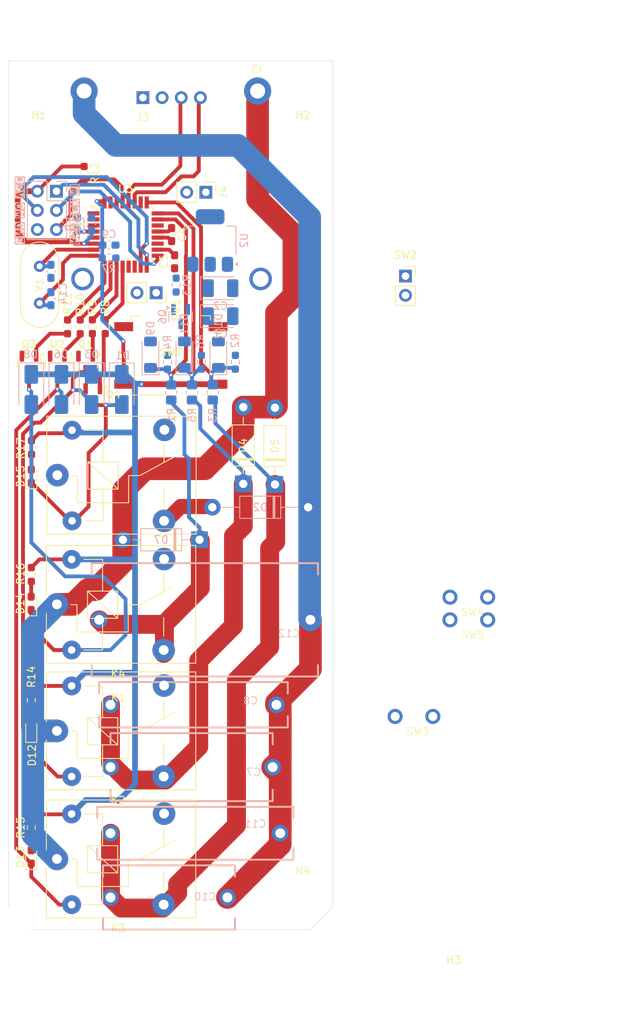
<source format=kicad_pcb>
(kicad_pcb (version 20240108) (generator "pcbnew") (generator_version "8.0")
  (layers (0 "F.Cu" signal) (31 "B.Cu" signal) (34 "B.Paste" user) (35 "F.Paste" user) (36 "B.SilkS" user "B.Silkscreen") (37 "F.SilkS" user "F.Silkscreen") (38 "B.Mask" user) (39 "F.Mask" user) (44 "Edge.Cuts" user))
  (net 0 "")
  (net 1 "Net-(Q6-S)")
  (net 2 "GND")
  (net 3 "VCC")
  (net 4 "Net-(U3-AREF)")
  (net 5 "Net-(D2-K)")
  (net 6 "/CH3_230")
  (net 7 "/CH2_230")
  (net 8 "/CH1_230")
  (net 9 "Net-(U3-XTAL1{slash}PB6)")
  (net 10 "Net-(U3-XTAL2{slash}PB7)")
  (net 11 "Net-(D1-A)")
  (net 12 "Net-(D2-A)")
  (net 13 "Net-(D12-K)")
  (net 14 "Net-(D4-A)")
  (net 15 "Net-(D13-K)")
  (net 16 "Net-(D14-K)")
  (net 17 "/CH1_MEASURE")
  (net 18 "/CH2_MEASURE")
  (net 19 "/CH3_MEASURE")
  (net 20 "Net-(D12-A)")
  (net 21 "Net-(D13-A)")
  (net 22 "Net-(D14-A)")
  (net 23 "Net-(D15-A)")
  (net 24 "/RESET")
  (net 25 "/SCK")
  (net 26 "/MISO")
  (net 27 "/MOSI")
  (net 28 "/SDA")
  (net 29 "/SCL")
  (net 30 "Net-(J4-Pin_2)")
  (net 35 "Net-(Q1-B)")
  (net 36 "Net-(Q2-B)")
  (net 37 "Net-(Q3-B)")
  (net 38 "Net-(Q4-B)")
  (net 39 "Net-(Q6-G)")
  (net 40 "Net-(Q6-D)")
  (net 41 "Net-(U3-PD2)")
  (net 42 "/MEASURE_EN")
  (net 43 "/CH3")
  (net 44 "/CH2")
  (net 45 "/CH1")
  (footprint "Package_TO_SOT_SMD:SOT-23" (layer "F.Cu") (at 53.7 106.0375 -90)
    (property "Reference" "Q3")
    (property "Value" "MMBTA44")
  )
  (footprint "Connector_PinHeader_2.54mm:PinHeader_1x02_P2.54mm_Vertical" (layer "F.Cu") (at 77.14 83.4 -90)
    (property "Reference" "J4")
    (property "Value" "battery")
  )
  (footprint "Connector_PinSocket_2.54mm:PinSocket_1x02_P2.54mm_Vertical" (layer "F.Cu") (at 103.6 94.5)
    (property "Reference" "SW2")
    (property "Value" "SW_SPST")
  )
  (footprint "Capacitor_SMD:C_0603_1608Metric_Pad1.08x0.95mm_HandSolder" (layer "F.Cu") (at 72.6 89 -90)
    (property "Reference" "C4")
    (property "Value" "100n")
  )
  (footprint "Resistor_SMD:R_0603_1608Metric_Pad0.98x0.95mm_HandSolder" (layer "F.Cu") (at 60.48 101.2125 90)
    (property "Reference" "R10")
    (property "Value" "510R")
  )
  (footprint "Teaser:230V_switch" (layer "F.Cu") (at 109.5 140)
    (property "Reference" "SW5")
    (property "Value" "Manual")
  )
  (footprint "Resistor_SMD:R_0603_1608Metric_Pad0.98x0.95mm_HandSolder" (layer "F.Cu") (at 61 80.9 -90)
    (property "Reference" "R12")
    (property "Value" "10k")
  )
  (footprint "MountingHole:MountingHole_3.2mm_M3_DIN965" (layer "F.Cu") (at 90 177)
    (property "Reference" "H4")
    (property "Value" "MountingHole")
  )
  (footprint "Teaser:AC_plug" (layer "F.Cu") (at 84 70 180)
    (property "Reference" "J2")
    (property "Value" "AC_Plug")
  )
  (footprint "Package_QFP:TQFP-32_7x7mm_P0.8mm" (layer "F.Cu") (at 66.5 89)
    (property "Reference" "U3")
    (property "Value" "ATmega328P-A")
  )
  (footprint "Relay_THT:Relay_SPDT_SANYOU_SRD_Series_Form_C" (layer "F.Cu") (at 57.45 120.85)
    (property "Reference" "K1")
    (property "Value" "~")
  )
  (footprint "Resistor_SMD:R_0603_1608Metric_Pad0.98x0.95mm_HandSolder" (layer "F.Cu") (at 63.8 101.2 90)
    (property "Reference" "R8")
    (property "Value" "510R")
  )
  (footprint "Relay_THT:Relay_SPDT_SANYOU_SRD_Series_Form_C" (layer "F.Cu") (at 57.4 154.7)
    (property "Reference" "K2")
    (property "Value" "~")
  )
  (footprint "Resistor_SMD:R_0603_1608Metric_Pad0.98x0.95mm_HandSolder" (layer "F.Cu") (at 54.03 117.1875 -90)
    (property "Reference" "R17")
    (property "Value" "1k")
  )
  (footprint "Capacitor_SMD:C_0603_1608Metric_Pad1.08x0.95mm_HandSolder" (layer "F.Cu") (at 73 92.6 90)
    (property "Reference" "C5")
    (property "Value" "100n")
  )
  (footprint "LED_SMD:LED_0603_1608Metric_Pad1.05x0.95mm_HandSolder" (layer "F.Cu") (at 53.98 137.8125 90)
    (property "Reference" "D14")
    (property "Value" "LED")
  )
  (footprint "Teaser:230V_switch" (layer "F.Cu") (at 109.5 137)
    (property "Reference" "SW4")
    (property "Value" "Manual")
  )
  (footprint "Package_TO_SOT_SMD:SOT-23" (layer "F.Cu") (at 61.2 106.0375 -90)
    (property "Reference" "Q1")
    (property "Value" "MMBTA44")
  )
  (footprint "Relay_THT:Relay_SPDT_SANYOU_SRD_Series_Form_C" (layer "F.Cu") (at 57.4 137.95)
    (property "Reference" "K4")
    (property "Value" "~")
  )
  (footprint "MountingHole:MountingHole_3.2mm_M3_DIN965" (layer "F.Cu") (at 90 77)
    (property "Reference" "H2")
    (property "Value" "MountingHole")
  )
  (footprint "Package_TO_SOT_SMD:SOT-23" (layer "F.Cu") (at 62.15 110.3375 -90)
    (property "Reference" "Q4")
    (property "Value" "MMBTA44")
  )
  (footprint "Connector_PinSocket_2.54mm:PinSocket_1x02_P2.54mm_Vertical" (layer "F.Cu") (at 70.55 96.7 -90)
    (property "Reference" "SW1")
    (property "Value" "Włancznik")
  )
  (footprint "Relay_THT:Relay_SPDT_SANYOU_SRD_Series_Form_C" (layer "F.Cu") (at 57.4 171.65)
    (property "Reference" "K3")
    (property "Value" "~")
  )
  (footprint "LED_SMD:LED_0603_1608Metric_Pad1.05x0.95mm_HandSolder" (layer "F.Cu") (at 54 121 90)
    (property "Reference" "D15")
    (property "Value" "LED")
  )
  (footprint "Resistor_SMD:R_0603_1608Metric_Pad0.98x0.95mm_HandSolder" (layer "F.Cu") (at 58.8 101.2125 90)
    (property "Reference" "R11")
    (property "Value" "510R")
  )
  (footprint "Package_TO_SOT_SMD:SOT-23" (layer "F.Cu") (at 57.45 106.0375 -90)
    (property "Reference" "Q2")
    (property "Value" "MMBTA44")
  )
  (footprint "Teaser:230V_switch" (layer "F.Cu") (at 102.23 152.79)
    (property "Reference" "SW3")
    (property "Value" "Manual")
  )
  (footprint "LED_SMD:LED_0603_1608Metric_Pad1.05x0.95mm_HandSolder" (layer "F.Cu") (at 54 154.5625 90)
    (property "Reference" "D12")
    (property "Value" "LED")
  )
  (footprint "Crystal:Crystal_HC49-U_Vertical" (layer "F.Cu") (at 55.1 98.08 90)
    (property "Reference" "Y1")
    (property "Value" "16kHz")
  )
  (footprint "Teaser:OLED_screen" (layer "F.Cu") (at 68.8 70.875)
    (property "Reference" "J3")
    (property "Value" "OLED")
  )
  (footprint "Diode_THT:D_DO-41_SOD81_P10.16mm_Horizontal" (layer "F.Cu") (at 82.1 122 90)
    (property "Reference" "D4")
    (property "Value" "1N4007")
  )
  (footprint "MountingHole:MountingHole_3.2mm_M3_DIN965" (layer "F.Cu") (at 110 188.85)
    (property "Reference" "H3")
    (property "Value" "MountingHole")
  )
  (footprint "Resistor_SMD:R_0603_1608Metric_Pad0.98x0.95mm_HandSolder" (layer "F.Cu") (at 54 134 -90)
    (property "Reference" "R16")
    (property "Value" "1k")
  )
  (footprint "MountingHole:MountingHole_3.2mm_M3_DIN965" (layer "F.Cu") (at 55 77)
    (property "Reference" "H1")
    (property "Value" "MountingHole")
  )
  (footprint "Resistor_SMD:R_0603_1608Metric_Pad0.98x0.95mm_HandSolder" (layer "F.Cu") (at 54 167.5 -90)
    (property "Reference" "R15")
    (property "Value" "1k")
  )
  (footprint "Resistor_SMD:R_0603_1608Metric_Pad0.98x0.95mm_HandSolder" (layer "F.Cu") (at 62.1 101.2 90)
    (property "Reference" "R9")
    (property "Value" "510R")
  )
  (footprint "Button_Switch_SMD:SW_MEC_5GSH9" (layer "F.Cu") (at 72.5 105 90)
    (property "Reference" "SW7")
    (property "Value" "SW_Push")
  )
  (footprint "LED_SMD:LED_0603_1608Metric_Pad1.05x0.95mm_HandSolder" (layer "F.Cu") (at 53.99 171.3875 90)
    (property "Reference" "D13")
    (property "Value" "LED")
  )
  (footprint "Resistor_SMD:R_0603_1608Metric_Pad0.98x0.95mm_HandSolder" (layer "F.Cu") (at 54 150.65 -90)
    (property "Reference" "R14")
    (property "Value" "1k")
  )
  (footprint "Diode_THT:D_DO-41_SOD81_P10.16mm_Horizontal" (layer "F.Cu") (at 86.3 122.08 90)
    (property "Reference" "D5")
    (property "Value" "1N4007")
  )
  (footprint "Resistor_SMD:R_0805_2012Metric_Pad1.20x1.40mm_HandSolder" (layer "B.Cu") (at 78.05 109.9 90)
    (property "Reference" "R3")
    (property "Value" "1M")
  )
  (footprint "Resistor_SMD:R_0603_1608Metric_Pad0.98x0.95mm_HandSolder" (layer "B.Cu") (at 64.3 92.1)
    (property "Reference" "R7")
    (property "Value" "10k")
  )
  (footprint "Package_TO_SOT_SMD:SOT-23" (layer "B.Cu") (at 73.8 99.8625 -90)
    (property "Reference" "Q6")
    (property "Value" "AO3401A")
  )
  (footprint "Capacitor_SMD:C_0603_1608Metric_Pad1.08x0.95mm_HandSolder" (layer "B.Cu") (at 56.6 97.4925 -90)
    (property "Reference" "C14")
    (property "Value" "30p")
  )
  (footprint "Diode_SMD:D_SMA" (layer "B.Cu") (at 62 109.5 -90)
    (property "Reference" "D3")
    (property "Value" "SMA")
  )
  (footprint "Connector_PinHeader_2.54mm:PinHeader_2x03_P2.54mm_Vertical" (layer "B.Cu") (at 57.34 83.26 180)
    (property "Reference" "J1" (hide yes))
    (property "Value" "Programator")
  )
  (footprint "Teaser:C_330n_szar" (layer "B.Cu") (at 80 176.75 180)
    (property "Reference" "C10")
    (property "Value" "330n")
  )
  (footprint "Diode_SMD:D_SMA" (layer "B.Cu") (at 54 109.5 -90)
    (property "Reference" "D8")
    (property "Value" "SMA")
  )
  (footprint "Diode_THT:D_DO-41_SOD81_P12.70mm_Horizontal" (layer "B.Cu") (at 90.7 125.1 180)
    (property "Reference" "D2")
    (property "Value" "1N4007")
  )
  (footprint "Teaser:C_680n_bia" (layer "B.Cu") (at 87 168.25 180)
    (property "Reference" "C11")
    (property "Value" "680n")
  )
  (footprint "Diode_SMD:D_SMA" (layer "B.Cu") (at 66 109.5 -90)
    (property "Reference" "D1")
    (property "Value" "SMA")
  )
  (footprint "Resistor_SMD:R_0805_2012Metric_Pad1.20x1.40mm_HandSolder" (layer "B.Cu") (at 75.3 109.9 90)
    (property "Reference" "R5")
    (property "Value" "1M")
  )
  (footprint "Capacitor_SMD:C_0603_1608Metric_Pad1.08x0.95mm_HandSolder" (layer "B.Cu") (at 62 87.6 -90)
    (property "Reference" "C3")
    (property "Value" "100n")
  )
  (footprint "Teaser:C_1u_nieb" (layer "B.Cu") (at 86 159.5 180)
    (property "Reference" "C7")
    (property "Value" "1u")
  )
  (footprint "Capacitor_SMD:C_0603_1608Metric_Pad1.08x0.95mm_HandSolder" (layer "B.Cu") (at 56.6 93.8675 90)
    (property "Reference" "C13" (hide yes))
    (property "Value" "30p")
  )
  (footprint "Teaser:C_680n_nieb" (layer "B.Cu") (at 91 140 180)
    (property "Reference" "C12")
    (property "Value" "680n")
  )
  (footprint "Capacitor_SMD:C_0603_1608Metric_Pad1.08x0.95mm_HandSolder" (layer "B.Cu") (at 60.1 87.6 -90)
    (property "Reference" "C6")
    (property "Value" "100n")
  )
  (footprint "Diode_SMD:D_SMA" (layer "B.Cu") (at 58 109.5 -90)
    (property "Reference" "D6")
    (property "Value" "SMA")
  )
  (footprint "Diode_SMD:D_MiniMELF" (layer "B.Cu") (at 69.8 104.9 90)
    (property "Reference" "D9")
    (property "Value" "1N4733A (5.1V)")
  )
  (footprint "Resistor_SMD:R_0603_1608Metric_Pad0.98x0.95mm_HandSolder" (layer "B.Cu") (at 72.05 105.9 90)
    (property "Reference" "R4")
    (property "Value" "10k")
  )
  (footprint "Capacitor_SMD:C_0603_1608Metric_Pad1.08x0.95mm_HandSolder" (layer "B.Cu") (at 64.3 90.4 180)
    (property "Reference" "C9")
    (property "Value" "100n")
  )
  (footprint "Resistor_SMD:R_0805_2012Metric_Pad1.20x1.40mm_HandSolder" (layer "B.Cu") (at 72.55 109.9 90)
    (property "Reference" "R1")
    (property "Value" "1M")
  )
  (footprint "Capacitor_Tantalum_SMD:CP_EIA-3528-12_Kemet-T_Pad1.50x2.35mm_HandSolder" (layer "B.Cu") (at 79.075 99.8)
    (property "Reference" "C1")
    (property "Value" "10u")
  )
  (footprint "Diode_SMD:D_MiniMELF" (layer "B.Cu") (at 78.8 104.9 90)
    (property "Reference" "D10")
    (property "Value" "1N4733A (5.1V)")
  )
  (footprint "Teaser:C_150n_bia" (layer "B.Cu") (at 86.5 151.25 180)
    (property "Reference" "C8")
    (property "Value" "150n")
  )
  (footprint "Diode_SMD:D_MiniMELF" (layer "B.Cu") (at 74.3 104.9 90)
    (property "Reference" "D11")
    (property "Value" "1N4733A (5.1V)")
  )
  (footprint "Resistor_SMD:R_0603_1608Metric_Pad0.98x0.95mm_HandSolder" (layer "B.Cu") (at 81.05 105.9 90)
    (property "Reference" "R2")
    (property "Value" "10k")
  )
  (footprint "Package_TO_SOT_SMD:SOT-223-3_TabPin2" (layer "B.Cu") (at 77.71 89.7875 90)
    (property "Reference" "U2")
    (property "Value" "LM1117MP-5.0")
  )
  (footprint "Resistor_SMD:R_0603_1608Metric_Pad0.98x0.95mm_HandSolder" (layer "B.Cu") (at 73.2 95.6875 90)
    (property "Reference" "R13")
    (property "Value" "10k")
  )
  (footprint "Diode_THT:D_DO-41_SOD81_P10.16mm_Horizontal" (layer "B.Cu") (at 76.3 129.4 180)
    (property "Reference" "D7")
    (property "Value" "1N4007")
  )
  (footprint "Capacitor_Tantalum_SMD:CP_EIA-3528-12_Kemet-T_Pad1.50x2.35mm_HandSolder" (layer "B.Cu") (at 79.075 96.1)
    (property "Reference" "C2")
    (property "Value" "10u")
  )
  (footprint "Resistor_SMD:R_0603_1608Metric_Pad0.98x0.95mm_HandSolder" (layer "B.Cu") (at 76.55 105.9 90)
    (property "Reference" "R6")
    (property "Value" "10k")
  )
  (gr_line (start 94 181) (end 94 181) (stroke (width 0.05)) (layer "Edge.Cuts"))
  (gr_line (start 51 170) (end 51 87) (stroke (width 0.05)) (layer "Edge.Cuts"))
  (gr_line (start 51 87) (end 51 66) (stroke (width 0.05)) (layer "Edge.Cuts"))
  (gr_line (start 91 181) (end 94 178) (stroke (width 0.05)) (layer "Edge.Cuts"))
  (gr_line (start 51 170) (end 51 178) (stroke (width 0.05)) (layer "Edge.Cuts"))
  (gr_line (start 94 178) (end 94 92) (stroke (width 0.05)) (layer "Edge.Cuts"))
  (gr_line (start 54 181) (end 91 181) (stroke (width 0.05)) (layer "Edge.Cuts"))
  (gr_line (start 94 92) (end 94 66) (stroke (width 0.05)) (layer "Edge.Cuts"))
  (gr_line (start 51 66) (end 94 66) (stroke (width 0.05)) (layer "Edge.Cuts"))
  (gr_text "RST" (at 59.14 90.46 -90) (layer "B.SilkS" knockout) (effects (font (size 1 1)) (justify left bottom mirror)))
  (gr_text "GND" (at 51.84 90.45 -90) (layer "B.SilkS" knockout) (effects (font (size 1 1)) (justify left bottom mirror)))
  (gr_text "MI" (at 59.14 84 -90) (layer "B.SilkS" knockout) (effects (font (size 1 1)) (justify left bottom mirror)))
  (gr_text "VCC" (at 51.84 84.25 -90) (layer "B.SilkS" knockout) (effects (font (size 1 1)) (justify left bottom mirror)))
  (gr_text "MO" (at 51.84 87 -90) (layer "B.SilkS" knockout) (effects (font (size 1 1)) (justify left bottom mirror)))
  (gr_text "SCK" (at 59.14 87.3 -90) (layer "B.SilkS" knockout) (effects (font (size 1 1)) (justify left bottom mirror)))
  (segment (start 72.1375 88.6) (end 70.75 88.6) (width 0.508) (layer "F.Cu") (net 2))
  (segment (start 72.6 88.1375) (end 72.1375 88.6) (width 0.508) (layer "F.Cu") (net 2))
  (segment (start 52.94 83.26) (end 52.2 84) (width 0.762) (layer "F.Cu") (net 3))
  (segment (start 68.6 108.81) (end 78.75 108.81) (width 0.762) (layer "F.Cu") (net 3))
  (segment (start 59.6 90.05) (end 59.75 90.2) (width 0.508) (layer "F.Cu") (net 3))
  (segment (start 54.0125 149.7375) (end 55 148.75) (width 0.508) (layer "F.Cu") (net 3))
  (segment (start 53.2 89.9) (end 59.45 89.9) (width 0.762) (layer "F.Cu") (net 3))
  (segment (start 54.03 116.275) (end 55.005 115.3) (width 0.508) (layer "F.Cu") (net 3))
  (segment (start 55 148.75) (end 59.35 148.75) (width 0.508) (layer "F.Cu") (net 3))
  (segment (start 54 133.0875) (end 55.0875 132) (width 0.508) (layer "F.Cu") (net 3))
  (segment (start 72.2625 91) (end 73 91.7375) (width 0.508) (layer "F.Cu") (net 3))
  (segment (start 59.3 165.75) (end 59.35 165.7) (width 0.508) (layer "F.Cu") (net 3))
  (segment (start 54 166.5875) (end 54.8375 165.75) (width 0.508) (layer "F.Cu") (net 3))
  (segment (start 55.0875 132) (end 59.35 132) (width 0.508) (layer "F.Cu") (net 3))
  (segment (start 59.6 89.1) (end 59.6 90.05) (width 0.508) (layer "F.Cu") (net 3))
  (segment (start 70.75 91) (end 72.2625 91) (width 0.508) (layer "F.Cu") (net 3))
  (segment (start 59.3 115.3) (end 59.4 115.2) (width 0.508) (layer "F.Cu") (net 3))
  (segment (start 60.1 88.6) (end 59.6 89.1) (width 0.508) (layer "F.Cu") (net 3))
  (segment (start 61 90.2) (end 62.25 90.2) (width 0.508) (layer "F.Cu") (net 3))
  (segment (start 62.25 88.6) (end 61 88.6) (width 0.508) (layer "F.Cu") (net 3))
  (segment (start 61 88.6) (end 60.1 88.6) (width 0.508) (layer "F.Cu") (net 3))
  (segment (start 54 149.7375) (end 54.0125 149.7375) (width 0.508) (layer "F.Cu") (net 3))
  (segment (start 54.8375 165.75) (end 59.3 165.75) (width 0.508) (layer "F.Cu") (net 3))
  (segment (start 52.2 84) (end 52.2 88.9) (width 0.762) (layer "F.Cu") (net 3))
  (segment (start 59.75 90.2) (end 61 90.2) (width 0.508) (layer "F.Cu") (net 3))
  (segment (start 54.8 83.26) (end 52.94 83.26) (width 0.762) (layer "F.Cu") (net 3))
  (segment (start 58.0725 79.9875) (end 54.8 83.26) (width 0.508) (layer "F.Cu") (net 3))
  (segment (start 52.2 88.9) (end 53.2 89.9) (width 0.762) (layer "F.Cu") (net 3))
  (segment (start 61 79.9875) (end 58.0725 79.9875) (width 0.508) (layer "F.Cu") (net 3))
  (segment (start 55.005 115.3) (end 59.3 115.3) (width 0.508) (layer "F.Cu") (net 3))
  (via (at 61 88.6) (size 0.6) (drill 0.3) (layers "F.Cu" "B.Cu") (net 3))
  (via (at 61 90.2) (size 0.6) (drill 0.3) (layers "F.Cu" "B.Cu") (net 3))
  (via (at 68.6 108.81) (size 0.6) (drill 0.3) (layers "F.Cu" "B.Cu") (net 3))
  (segment (start 67.75 161.75) (end 67.75 148.75) (width 0.762) (layer "B.Cu") (net 3))
  (segment (start 65.5 163.85) (end 61.5 163.85) (width 0.762) (layer "B.Cu") (net 3))
  (segment (start 67.75 148.75) (end 67.75 132) (width 0.762) (layer "B.Cu") (net 3))
  (segment (start 61.2 163.85) (end 59.35 165.7) (width 0.762) (layer "B.Cu") (net 3))
  (segment (start 60.3375 88.6) (end 60.1 88.3625) (width 0.508) (layer "B.Cu") (net 3))
  (segment (start 61.1 147) (end 67.75 147) (width 0.762) (layer "B.Cu") (net 3))
  (segment (start 62 88.6625) (end 62 89.2) (width 0.508) (layer "B.Cu") (net 3))
  (segment (start 65.5 164) (end 67.75 161.75) (width 0.762) (layer "B.Cu") (net 3))
  (segment (start 67.75 132) (end 62.75 132) (width 0.762) (layer "B.Cu") (net 3))
  (segment (start 61 88.6) (end 60.3375 88.6) (width 0.508) (layer "B.Cu") (net 3))
  (segment (start 54 107.5) (end 66 107.5) (width 0.762) (layer "B.Cu") (net 3))
  (segment (start 67.75 147) (end 67.75 148.75) (width 0.762) (layer "B.Cu") (net 3))
  (segment (start 68.54 108.75) (end 68.6 108.81) (width 0.762) (layer "B.Cu") (net 3))
  (segment (start 62.75 132) (end 59.35 132) (width 0.762) (layer "B.Cu") (net 3))
  (segment (start 67.75 115.5) (end 67.75 115.2) (width 0.762) (layer "B.Cu") (net 3))
  (segment (start 67.75 132) (end 67.75 115.5) (width 0.762) (layer "B.Cu") (net 3))
  (segment (start 67.75 108.75) (end 68.54 108.75) (width 0.762) (layer "B.Cu") (net 3))
  (segment (start 67.75 108.75) (end 67.75 109.25) (width 0.762) (layer "B.Cu") (net 3))
  (segment (start 61.5 163.85) (end 61.2 163.85) (width 0.762) (layer "B.Cu") (net 3))
  (segment (start 66.5 107.5) (end 67.75 108.75) (width 0.762) (layer "B.Cu") (net 3))
  (segment (start 67.75 109.25) (end 67.75 114.65) (width 0.762) (layer "B.Cu") (net 3))
  (segment (start 67.75 115.2) (end 59.4 115.2) (width 0.762) (layer "B.Cu") (net 3))
  (segment (start 67.75 115.5) (end 67.75 114.65) (width 0.762) (layer "B.Cu") (net 3))
  (segment (start 62 89.2) (end 61 90.2) (width 0.508) (layer "B.Cu") (net 3))
  (segment (start 66 107.5) (end 66.5 107.5) (width 0.762) (layer "B.Cu") (net 3))
  (segment (start 59.35 148.75) (end 61.1 147) (width 0.762) (layer "B.Cu") (net 3))
  (segment (start 72.6 89.8625) (end 72.1375 89.4) (width 0.508) (layer "F.Cu") (net 4))
  (segment (start 72.1375 89.4) (end 70.75 89.4) (width 0.508) (layer "F.Cu") (net 4))
  (segment (start 91 146.5) (end 86.5 151) (width 3) (layer "F.Cu") (net 5))
  (segment (start 87 160.5) (end 86 159.5) (width 3) (layer "F.Cu") (net 5))
  (segment (start 87 158.5) (end 87 151) (width 3) (layer "F.Cu") (net 5))
  (segment (start 87 168) (end 87 160.5) (width 3) (layer "F.Cu") (net 5))
  (segment (start 87 151) (end 87 168) (width 3) (layer "F.Cu") (net 5))
  (segment (start 86.75 151.25) (end 87 151) (width 3) (layer "F.Cu") (net 5))
  (segment (start 80 176.75) (end 87 169.75) (width 3) (layer "F.Cu") (net 5))
  (segment (start 86.5 151) (end 86.5 151.25) (width 3) (layer "F.Cu") (net 5))
  (segment (start 86.5 151.25) (end 86.75 151.25) (width 3) (layer "F.Cu") (net 5))
  (segment (start 91 140) (end 91 146.5) (width 3) (layer "F.Cu") (net 5))
  (segment (start 87 169.75) (end 87 168) (width 3) (layer "F.Cu") (net 5))
  (segment (start 86 159.5) (end 87 158.5) (width 3) (layer "F.Cu") (net 5))
  (segment (start 91 140) (end 90.9 139.9) (width 3) (layer "B.Cu") (net 5))
  (segment (start 65.2 77.2) (end 61 73) (width 3) (layer "B.Cu") (net 5))
  (segment (start 90.9 139.9) (end 90.9 86.7) (width 3) (layer "B.Cu") (net 5))
  (segment (start 90.9 139.1) (end 90.9 139.9) (width 2) (layer "B.Cu") (net 5))
  (segment (start 81.4 77.2) (end 65.2 77.2) (width 3) (layer "B.Cu") (net 5))
  (segment (start 90.9 86.7) (end 81.4 77.2) (width 3) (layer "B.Cu") (net 5))
  (segment (start 61 73) (end 61 70) (width 3) (layer "B.Cu") (net 5))
  (segment (start 66.7 161.2) (end 64.5 159) (width 2.5) (layer "F.Cu") (net 6))
  (segment (start 82.1 122) (end 82.1 127.6) (width 2.5) (layer "F.Cu") (net 6))
  (segment (start 80.8 128.9) (end 80.8 140.8) (width 2.5) (layer "F.Cu") (net 6))
  (segment (start 64.5 159) (end 64.5 151.25) (width 2.5) (layer "F.Cu") (net 6))
  (segment (start 80.8 140.8) (end 76.2 145.4) (width 2.5) (layer "F.Cu") (net 6))
  (segment (start 76.2 156.8) (end 71.8 161.2) (width 2.5) (layer "F.Cu") (net 6))
  (segment (start 76.2 145.4) (end 76.2 156.8) (width 2.5) (layer "F.Cu") (net 6))
  (segment (start 82.1 127.6) (end 80.8 128.9) (width 2.5) (layer "F.Cu") (net 6))
  (segment (start 71.8 161.2) (end 66.7 161.2) (width 2.5) (layer "F.Cu") (net 6))
  (segment (start 82.1 120.4) (end 82.1 122) (width 0.508) (layer "B.Cu") (net 6))
  (segment (start 75.25 110.55) (end 76.4 111.7) (width 0.508) (layer "B.Cu") (net 6))
  (segment (start 75.35 111.1) (end 75.3 111.15) (width 0.508) (layer "B.Cu") (net 6))
  (segment (start 76.4 114.7) (end 82.1 120.4) (width 0.508) (layer "B.Cu") (net 6))
  (segment (start 76.4 111.7) (end 76.4 114.7) (width 0.508) (layer "B.Cu") (net 6))
  (segment (start 73.4 176.2) (end 73.4 175) (width 2.5) (layer "F.Cu") (net 7))
  (segment (start 73.4 175) (end 81.2 167.2) (width 2.5) (layer "F.Cu") (net 7))
  (segment (start 64.5 176.75) (end 65.9 178.15) (width 2.5) (layer "F.Cu") (net 7))
  (segment (start 81.2 167.2) (end 81.2 148) (width 2.5) (layer "F.Cu") (net 7))
  (segment (start 85.6 130.5) (end 86.4 129.7) (width 2.5) (layer "F.Cu") (net 7))
  (segment (start 86.4 122.18) (end 86.3 122.08) (width 2.5) (layer "F.Cu") (net 7))
  (segment (start 85.6 143.6) (end 85.6 130.5) (width 2.5) (layer "F.Cu") (net 7))
  (segment (start 65.9 178.15) (end 71.45 178.15) (width 2.5) (layer "F.Cu") (net 7))
  (segment (start 64.5 168.25) (end 64.5 176.75) (width 2.5) (layer "F.Cu") (net 7))
  (segment (start 81.2 148) (end 85.6 143.6) (width 2.5) (layer "F.Cu") (net 7))
  (segment (start 71.45 178.15) (end 73.4 176.2) (width 2.5) (layer "F.Cu") (net 7))
  (segment (start 86.4 129.7) (end 86.4 122.18) (width 2.5) (layer "F.Cu") (net 7))
  (segment (start 78.4 111.25) (end 78.4 114) (width 0.508) (layer "B.Cu") (net 7))
  (segment (start 86.3 121.9) (end 86.3 122.08) (width 0.508) (layer "B.Cu") (net 7))
  (segment (start 78.4 114) (end 86.3 121.9) (width 0.508) (layer "B.Cu") (net 7))
  (segment (start 78.05 110.9) (end 78.4 111.25) (width 0.508) (layer "B.Cu") (net 7))
  (segment (start 76.4 135.8) (end 73.2 139) (width 2.5) (layer "F.Cu") (net 8))
  (segment (start 63.6 140.6) (end 63 140) (width 2.5) (layer "F.Cu") (net 8))
  (segment (start 71.65 144.35) (end 71.65 140.55) (width 2.5) (layer "F.Cu") (net 8))
  (segment (start 73.2 139) (end 71.6 140.6) (width 2.5) (layer "F.Cu") (net 8))
  (segment (start 71.55 144.45) (end 71.65 144.35) (width 2.5) (layer "F.Cu") (net 8))
  (segment (start 71.6 140.6) (end 63.6 140.6) (width 2.5) (layer "F.Cu") (net 8))
  (segment (start 71.65 140.55) (end 73.2 139) (width 2.5) (layer "F.Cu") (net 8))
  (segment (start 76.3 129.4) (end 76.4 129.5) (width 2.5) (layer "F.Cu") (net 8))
  (segment (start 76.4 129.5) (end 76.4 135.8) (width 2.5) (layer "F.Cu") (net 8))
  (segment (start 74.3 118.1) (end 74.9 118.7) (width 0.508) (layer "B.Cu") (net 8))
  (segment (start 74.9 126.4) (end 76.3 127.8) (width 0.508) (layer "B.Cu") (net 8))
  (segment (start 72.55 111.25) (end 74.3 113) (width 0.508) (layer "B.Cu") (net 8))
  (segment (start 72.55 110.9) (end 72.55 111.25) (width 0.508) (layer "B.Cu") (net 8))
  (segment (start 76.3 127.8) (end 76.3 129.4) (width 0.508) (layer "B.Cu") (net 8))
  (segment (start 74.9 118.7) (end 74.9 126.4) (width 0.508) (layer "B.Cu") (net 8))
  (segment (start 74.3 113) (end 74.3 118.1) (width 0.508) (layer "B.Cu") (net 8))
  (segment (start 55.1 93.2) (end 57.3 91) (width 0.508) (layer "F.Cu") (net 9))
  (segment (start 54.61 93.19) (end 54.6 93.2) (width 0.508) (layer "F.Cu") (net 9))
  (segment (start 57.3 91) (end 62.25 91) (width 0.508) (layer "F.Cu") (net 9))
  (segment (start 54.6 93.2) (end 56.405 93.2) (width 0.508) (layer "B.Cu") (net 9))
  (segment (start 56.405 93.2) (end 56.6 93.005) (width 0.508) (layer "B.Cu") (net 9))
  (segment (start 58.2 94.98) (end 55.1 98.08) (width 0.508) (layer "F.Cu") (net 10))
  (segment (start 58.2 92.8) (end 58.2 94.98) (width 0.508) (layer "F.Cu") (net 10))
  (segment (start 59.2 91.8) (end 58.2 92.8) (width 0.508) (layer "F.Cu") (net 10))
  (segment (start 62.25 91.8) (end 59.2 91.8) (width 0.508) (layer "F.Cu") (net 10))
  (segment (start 56.6 98.355) (end 54.875 98.355) (width 0.508) (layer "B.Cu") (net 10))
  (segment (start 61.6 117.9) (end 61.6 125) (width 0.508) (layer "F.Cu") (net 11))
  (segment (start 63.875 115.625) (end 61.6 117.9) (width 0.508) (layer "F.Cu") (net 11))
  (segment (start 63.875 111.575) (end 63.875 115.625) (width 0.508) (layer "F.Cu") (net 11))
  (segment (start 54.075 121.875) (end 54 121.875) (width 0.508) (layer "F.Cu") (net 11))
  (segment (start 59.4 127.2) (end 54.075 121.875) (width 0.508) (layer "F.Cu") (net 11))
  (segment (start 63.875 111.575) (end 62.15 111.575) (width 0.508) (layer "F.Cu") (net 11))
  (segment (start 61.6 125) (end 59.4 127.2) (width 0.508) (layer "F.Cu") (net 11))
  (via (at 63.875 111.575) (size 0.6) (drill 0.3) (layers "F.Cu" "B.Cu") (net 11))
  (segment (start 65.925 111.575) (end 66 111.5) (width 0.508) (layer "B.Cu") (net 11))
  (segment (start 63.875 111.575) (end 65.925 111.575) (width 0.508) (layer "B.Cu") (net 11))
  (segment (start 73.8 125) (end 71.6 127.2) (width 2) (layer "F.Cu") (net 12))
  (segment (start 78.05 125) (end 73.8 125) (width 2) (layer "F.Cu") (net 12))
  (segment (start 54.7 113.9) (end 54.4 113.9) (width 0.508) (layer "F.Cu") (net 13))
  (segment (start 59.5 109.6) (end 55.2 113.9) (width 0.508) (layer "F.Cu") (net 13))
  (segment (start 52.9 115.4) (end 52.9 154.3375) (width 0.508) (layer "F.Cu") (net 13))
  (segment (start 57.5 160.75) (end 59.35 160.75) (width 0.508) (layer "F.Cu") (net 13))
  (segment (start 54 155.4375) (end 54 157.25) (width 0.508) (layer "F.Cu") (net 13))
  (segment (start 59.5 109.6) (end 59.5 108.1) (width 0.508) (layer "F.Cu") (net 13))
  (segment (start 54 157.25) (end 57.5 160.75) (width 0.508) (layer "F.Cu") (net 13))
  (segment (start 59.5 108.1) (end 60.375 107.225) (width 0.508) (layer "F.Cu") (net 13))
  (segment (start 52.9 154.3375) (end 54 155.4375) (width 0.508) (layer "F.Cu") (net 13))
  (segment (start 54.4 113.9) (end 52.9 115.4) (width 0.508) (layer "F.Cu") (net 13))
  (segment (start 60.375 107.225) (end 61.2 107.225) (width 0.508) (layer "F.Cu") (net 13))
  (segment (start 55.2 113.9) (end 54.7 113.9) (width 0.508) (layer "F.Cu") (net 13))
  (via (at 59.5 109.6) (size 0.6) (drill 0.3) (layers "F.Cu" "B.Cu") (net 13))
  (segment (start 59.5 109.6) (end 60.4 109.6) (width 0.508) (layer "B.Cu") (net 13))
  (segment (start 62 111.2) (end 62 111.5) (width 0.508) (layer "B.Cu") (net 13))
  (segment (start 60.4 109.6) (end 62 111.2) (width 0.508) (layer "B.Cu") (net 13))
  (segment (start 88.8 89.1) (end 84 84.3) (width 3) (layer "F.Cu") (net 14))
  (segment (start 77 120) (end 82.1 114.9) (width 3) (layer "F.Cu") (net 14))
  (segment (start 66.25 122.85) (end 69.1 120) (width 3) (layer "F.Cu") (net 14))
  (segment (start 69.1 120) (end 77 120) (width 3) (layer "F.Cu") (net 14))
  (segment (start 86.22 111.84) (end 86.3 111.92) (width 3) (layer "F.Cu") (net 14))
  (segment (start 86.5 111.72) (end 86.5 99.4) (width 3) (layer "F.Cu") (net 14))
  (segment (start 86.5 99.4) (end 88.8 97.1) (width 3) (layer "F.Cu") (net 14))
  (segment (start 61.5 136) (end 62.5 136) (width 3) (layer "F.Cu") (net 14))
  (segment (start 86.3 111.92) (end 86.5 111.72) (width 3) (layer "F.Cu") (net 14))
  (segment (start 82.1 111.84) (end 86.22 111.84) (width 3) (layer "F.Cu") (net 14))
  (segment (start 57.4 137.95) (end 59.55 137.95) (width 3) (layer "F.Cu") (net 14))
  (segment (start 84 84.3) (end 84 70) (width 3) (layer "F.Cu") (net 14))
  (segment (start 62.5 136) (end 66.25 132.25) (width 3) (layer "F.Cu") (net 14))
  (segment (start 88.8 97.1) (end 88.8 89.1) (width 3) (layer "F.Cu") (net 14))
  (segment (start 66.25 132.25) (end 66.25 122.85) (width 3) (layer "F.Cu") (net 14))
  (segment (start 59.55 137.95) (end 61.5 136) (width 3) (layer "F.Cu") (net 14))
  (segment (start 82.1 114.9) (end 82.1 111.84) (width 3) (layer "F.Cu") (net 14))
  (segment (start 54.2 168.45) (end 54.2 154.75) (width 3) (layer "B.Cu") (net 14))
  (segment (start 57.4 154.7) (end 54.25 154.7) (width 3) (layer "B.Cu") (net 14))
  (segment (start 54.2 154.75) (end 54.2 141.15) (width 3) (layer "B.Cu") (net 14))
  (segment (start 54.25 154.7) (end 54.2 154.75) (width 3) (layer "B.Cu") (net 14))
  (segment (start 54.2 141.15) (end 57.4 137.95) (width 3) (layer "B.Cu") (net 14))
  (segment (start 57.4 171.65) (end 54.2 168.45) (width 3) (layer "B.Cu") (net 14))
  (segment (start 53.99 173.99) (end 57.7 177.7) (width 0.508) (layer "F.Cu") (net 15))
  (segment (start 52 114.9) (end 52 170.2725) (width 0.508) (layer "F.Cu") (net 15))
  (segment (start 57.45 109.45) (end 52 114.9) (width 0.508) (layer "F.Cu") (net 15))
  (segment (start 57.7 177.7) (end 59.35 177.7) (width 0.508) (layer "F.Cu") (net 15))
  (segment (start 52 170.2725) (end 53.99 172.2625) (width 0.508) (layer "F.Cu") (net 15))
  (segment (start 53.99 172.2625) (end 53.99 173.99) (width 0.508) (layer "F.Cu") (net 15))
  (segment (start 57.45 109.45) (end 57.45 107.225) (width 0.508) (layer "F.Cu") (net 15))
  (via (at 57.45 109.45) (size 0.6) (drill 0.3) (layers "F.Cu" "B.Cu") (net 15))
  (segment (start 57.55 109.45) (end 58 109.9) (width 0.508) (layer "B.Cu") (net 15))
  (segment (start 57.45 109.45) (end 57.55 109.45) (width 0.508) (layer "B.Cu") (net 15))
  (segment (start 58 109.9) (end 58 111.5) (width 0.508) (layer "B.Cu") (net 15))
  (segment (start 59.35 144) (end 59.2925 144) (width 0.762) (layer "F.Cu") (net 16))
  (segment (start 57 144) (end 53.98 140.98) (width 0.508) (layer "F.Cu") (net 16))
  (segment (start 59.35 144) (end 57 144) (width 0.508) (layer "F.Cu") (net 16))
  (segment (start 53.7 109.5) (end 53.7 107.225) (width 0.508) (layer "F.Cu") (net 16))
  (segment (start 53.98 140.98) (end 53.98 138.6875) (width 0.508) (layer "F.Cu") (net 16))
  (via (at 53.7 109.5) (size 0.6) (drill 0.3) (layers "F.Cu" "B.Cu") (net 16))
  (segment (start 54 109.8) (end 54 129.75) (width 0.508) (layer "B.Cu") (net 16))
  (segment (start 54 129.75) (end 58.5 134.25) (width 0.508) (layer "B.Cu") (net 16))
  (segment (start 53.7 109.5) (end 54 109.8) (width 0.508) (layer "B.Cu") (net 16))
  (segment (start 58.5 134.25) (end 63.5 134.25) (width 0.508) (layer "B.Cu") (net 16))
  (segment (start 63.5 134.25) (end 66.5 137.25) (width 0.508) (layer "B.Cu") (net 16))
  (segment (start 66.5 142) (end 64.5 144) (width 0.508) (layer "B.Cu") (net 16))
  (segment (start 64.5 144) (end 59.35 144) (width 0.508) (layer "B.Cu") (net 16))
  (segment (start 66.5 137.25) (end 66.5 142) (width 0.508) (layer "B.Cu") (net 16))
  (segment (start 54 109.8) (end 54 111.5) (width 0.508) (layer "B.Cu") (net 16))
  (segment (start 74.5 88.4) (end 73.1 87) (width 0.508) (layer "F.Cu") (net 17))
  (segment (start 74.5 105.6) (end 74.5 88.4) (width 0.508) (layer "F.Cu") (net 17))
  (segment (start 72.5 107.6) (end 74.5 105.6) (width 0.508) (layer "F.Cu") (net 17))
  (segment (start 73.1 87) (end 70.75 87) (width 0.508) (layer "F.Cu") (net 17))
  (via (at 72.5 107.6) (size 0.6) (drill 0.3) (layers "F.Cu" "B.Cu") (net 17))
  (segment (start 72.55 108.9) (end 72.55 107.5625) (width 0.508) (layer "B.Cu") (net 17))
  (segment (start 72.05 106.8125) (end 69.9625 106.8125) (width 0.508) (layer "B.Cu") (net 17))
  (segment (start 72.55 107.5625) (end 71.8 106.8125) (width 0.508) (layer "B.Cu") (net 17))
  (segment (start 69.7125 106.8125) (end 69.55 106.65) (width 0.508) (layer "B.Cu") (net 17))
  (segment (start 76.5 88) (end 73.25 84.75) (width 0.508) (layer "F.Cu") (net 18))
  (segment (start 77.85 107.45) (end 76.5 106.1) (width 0.508) (layer "F.Cu") (net 18))
  (segment (start 73.25 84.75) (end 69.3 84.75) (width 0.508) (layer "F.Cu") (net 18))
  (segment (start 76.5 106.1) (end 76.5 88) (width 0.508) (layer "F.Cu") (net 18))
  (via (at 77.85 107.45) (size 0.6) (drill 0.3) (layers "F.Cu" "B.Cu") (net 18))
  (segment (start 77.85 107.35) (end 78.55 106.65) (width 0.508) (layer "B.Cu") (net 18))
  (segment (start 77.85 108.7) (end 77.85 107.35) (width 0.508) (layer "B.Cu") (net 18))
  (segment (start 78.8 106.65) (end 80.8875 106.65) (width 0.508) (layer "B.Cu") (net 18))
  (segment (start 78.05 108.9) (end 77.85 108.7) (width 0.508) (layer "B.Cu") (net 18))
  (segment (start 80.6375 106.65) (end 80.8 106.8125) (width 0.508) (layer "B.Cu") (net 18))
  (segment (start 75.5 107.35) (end 75.5 88.2) (width 0.508) (layer "F.Cu") (net 19))
  (segment (start 75.5 88.2) (end 73.5 86.2) (width 0.508) (layer "F.Cu") (net 19))
  (segment (start 73.5 86.2) (end 70.75 86.2) (width 0.508) (layer "F.Cu") (net 19))
  (segment (start 75.25 107.6) (end 75.5 107.35) (width 0.508) (layer "F.Cu") (net 19))
  (via (at 75.25 107.6) (size 0.6) (drill 0.3) (layers "F.Cu" "B.Cu") (net 19))
  (segment (start 75.3 108.9) (end 75.3 107.65) (width 0.508) (layer "B.Cu") (net 19))
  (segment (start 74.3 106.65) (end 74.05 106.65) (width 0.508) (layer "B.Cu") (net 19))
  (segment (start 75.43125 107.6) (end 76.21875 106.8125) (width 0.508) (layer "B.Cu") (net 19))
  (segment (start 76.21875 106.8125) (end 76.3 106.8125) (width 0.508) (layer "B.Cu") (net 19))
  (segment (start 75.3 107.65) (end 75.25 107.6) (width 0.508) (layer "B.Cu") (net 19))
  (segment (start 75.25 107.6) (end 74.3 106.65) (width 0.508) (layer "B.Cu") (net 19))
  (segment (start 75.25 107.6) (end 75.43125 107.6) (width 0.508) (layer "B.Cu") (net 19))
  (segment (start 54 153.6875) (end 54 151.5625) (width 0.508) (layer "F.Cu") (net 20))
  (segment (start 54 170.5025) (end 53.99 170.5125) (width 0.508) (layer "F.Cu") (net 21))
  (segment (start 54 168.4125) (end 54 170.5025) (width 0.508) (layer "F.Cu") (net 21))
  (segment (start 53.98 134.9325) (end 54 134.9125) (width 0.508) (layer "F.Cu") (net 22))
  (segment (start 53.98 136.9375) (end 53.98 134.9325) (width 0.508) (layer "F.Cu") (net 22))
  (segment (start 54.03 118.1) (end 54.03 120.095) (width 0.508) (layer "F.Cu") (net 23))
  (segment (start 54.03 120.095) (end 54 120.125) (width 0.508) (layer "F.Cu") (net 23))
  (segment (start 59.2 83.3) (end 60.8 81.7) (width 0.508) (layer "F.Cu") (net 24))
  (segment (start 65 81.7) (end 66.1 82.8) (width 0.508) (layer "F.Cu") (net 24))
  (segment (start 66.1 82.8) (end 66.1 84.75) (width 0.508) (layer "F.Cu") (net 24))
  (segment (start 60.8 81.7) (end 65 81.7) (width 0.508) (layer "F.Cu") (net 24))
  (segment (start 59.2 86.48) (end 59.2 83.3) (width 0.508) (layer "F.Cu") (net 24))
  (segment (start 57.34 88.34) (end 59.2 86.48) (width 0.508) (layer "F.Cu") (net 24))
  (segment (start 70.75 92.35) (end 70.75 91.8) (width 0.508) (layer "F.Cu") (net 25))
  (segment (start 70.25 92.85) (end 70.75 92.35) (width 0.508) (layer "F.Cu") (net 25))
  (via (at 70.25 92.85) (size 0.6) (drill 0.3) (layers "F.Cu" "B.Cu") (net 25))
  (segment (start 63.1 83.3) (end 59.84 83.3) (width 0.508) (layer "B.Cu") (net 25))
  (segment (start 59.84 83.3) (end 57.34 85.8) (width 0.508) (layer "B.Cu") (net 25))
  (segment (start 67.1 87.3) (end 63.1 83.3) (width 0.508) (layer "B.Cu") (net 25))
  (segment (start 68.85 92.85) (end 67.1 91.1) (width 0.508) (layer "B.Cu") (net 25))
  (segment (start 70.25 92.85) (end 68.85 92.85) (width 0.508) (layer "B.Cu") (net 25))
  (segment (start 67.1 91.1) (end 67.1 87.3) (width 0.508) (layer "B.Cu") (net 25))
  (segment (start 69.3 93.25) (end 69.3 91.7) (width 0.508) (layer "F.Cu") (net 26))
  (via (at 69.3 91.7) (size 0.6) (drill 0.3) (layers "F.Cu" "B.Cu") (net 26))
  (segment (start 58.2 82.4) (end 63.6 82.4) (width 0.508) (layer "B.Cu") (net 26))
  (segment (start 68.2 87) (end 68.2 90.6) (width 0.508) (layer "B.Cu") (net 26))
  (segment (start 68.2 90.6) (end 69.3 91.7) (width 0.508) (layer "B.Cu") (net 26))
  (segment (start 63.6 82.4) (end 68.2 87) (width 0.508) (layer "B.Cu") (net 26))
  (segment (start 57.34 83.26) (end 58.2 82.4) (width 0.508) (layer "B.Cu") (net 26))
  (segment (start 68.5 91) (end 68.5 93.25) (width 0.508) (layer "F.Cu") (net 27))
  (segment (start 69.3 90.2) (end 68.5 91) (width 0.508) (layer "F.Cu") (net 27))
  (via (at 69.3 90.2) (size 0.6) (drill 0.3) (layers "F.Cu" "B.Cu") (net 27))
  (segment (start 69.3 90.2) (end 69.2 90.3) (width 0.508) (layer "B.Cu") (net 27))
  (segment (start 64 81.4) (end 69.3 86.7) (width 0.508) (layer "B.Cu") (net 27))
  (segment (start 54.3 81.4) (end 64 81.4) (width 0.508) (layer "B.Cu") (net 27))
  (segment (start 69.3 86.7) (end 69.3 90.2) (width 0.508) (layer "B.Cu") (net 27))
  (segment (start 53.1 82.6) (end 54.3 81.4) (width 0.508) (layer "B.Cu") (net 27))
  (segment (start 54.8 85.8) (end 53.1 84.1) (width 0.508) (layer "B.Cu") (net 27))
  (segment (start 53.1 84.1) (end 53.1 82.6) (width 0.508) (layer "B.Cu") (net 27))
  (segment (start 73.9 81.3) (end 75.5 81.3) (width 0.508) (layer "F.Cu") (net 28))
  (segment (start 76.2 71.105) (end 76.305 71) (width 0.508) (layer "F.Cu") (net 28))
  (segment (start 71.8 83.4) (end 73.9 81.3) (width 0.508) (layer "F.Cu") (net 28))
  (segment (start 75.5 81.3) (end 76.2 80.6) (width 0.508) (layer "F.Cu") (net 28))
  (segment (start 76.2 80.6) (end 76.2 71.105) (width 0.508) (layer "F.Cu") (net 28))
  (segment (start 67.7 83.7) (end 68 83.4) (width 0.508) (layer "F.Cu") (net 28))
  (segment (start 67.7 84.75) (end 67.7 83.7) (width 0.508) (layer "F.Cu") (net 28))
  (segment (start 68 83.4) (end 71.8 83.4) (width 0.508) (layer "F.Cu") (net 28))
  (segment (start 73.765 79.935) (end 73.765 71) (width 0.508) (layer "F.Cu") (net 29))
  (segment (start 71.3 82.4) (end 73.765 79.935) (width 0.508) (layer "F.Cu") (net 29))
  (segment (start 66.9 83.2) (end 67.7 82.4) (width 0.508) (layer "F.Cu") (net 29))
  (segment (start 67.7 82.4) (end 71.3 82.4) (width 0.508) (layer "F.Cu") (net 29))
  (segment (start 66.9 84.75) (end 66.9 83.2) (width 0.508) (layer "F.Cu") (net 29))
  (segment (start 62.15 102.1625) (end 62.1 102.1125) (width 0.508) (layer "F.Cu") (net 35))
  (segment (start 62.15 105.1) (end 62.15 102.1625) (width 0.508) (layer "F.Cu") (net 35))
  (segment (start 60.48 102.125) (end 60.48 102.42) (width 0.508) (layer "F.Cu") (net 36))
  (segment (start 60.48 102.42) (end 58.4 104.5) (width 0.508) (layer "F.Cu") (net 36))
  (segment (start 58.4 104.5) (end 58.4 105.1) (width 0.508) (layer "F.Cu") (net 36))
  (segment (start 56.475 102.125) (end 54.65 103.95) (width 0.508) (layer "F.Cu") (net 37))
  (segment (start 54.65 103.95) (end 54.65 105.1) (width 0.508) (layer "F.Cu") (net 37))
  (segment (start 58.2 102.125) (end 56.475 102.125) (width 0.508) (layer "F.Cu") (net 37))
  (segment (start 63.6 107.2) (end 63.6 102.3125) (width 0.508) (layer "F.Cu") (net 38))
  (segment (start 63.1 109.7) (end 63.1 107.7) (width 0.508) (layer "F.Cu") (net 38))
  (segment (start 63.6 102.3125) (end 63.8 102.1125) (width 0.508) (layer "F.Cu") (net 38))
  (segment (start 63.1 107.7) (end 63.6 107.2) (width 0.508) (layer "F.Cu") (net 38))
  (segment (start 66.2 104.6) (end 66.2 103.1) (width 0.508) (layer "F.Cu") (net 41))
  (segment (start 62.7 84.6) (end 63.55 84.6) (width 0.508) (layer "F.Cu") (net 41))
  (segment (start 66.25 108.81) (end 66.25 104.65) (width 0.508) (layer "F.Cu") (net 41))
  (segment (start 66.25 104.65) (end 66.2 104.6) (width 0.508) (layer "F.Cu") (net 41))
  (segment (start 63.55 84.6) (end 63.7 84.75) (width 0.508) (layer "F.Cu") (net 41))
  (via (at 62.7 84.6) (size 0.6) (drill 0.3) (layers "F.Cu" "B.Cu") (net 41))
  (via (at 66.2 103.1) (size 0.6) (drill 0.3) (layers "F.Cu" "B.Cu") (net 41))
  (segment (start 63.4 100.3) (end 63.4 85.3) (width 0.508) (layer "B.Cu") (net 41))
  (segment (start 63.4 85.3) (end 62.7 84.6) (width 0.508) (layer "B.Cu") (net 41))
  (segment (start 66.2 103.1) (end 63.4 100.3) (width 0.508) (layer "B.Cu") (net 41))
  (segment (start 66.1 93.25) (end 66.1 98.1) (width 0.508) (layer "F.Cu") (net 42))
  (segment (start 66.1 98.1) (end 63.9125 100.2875) (width 0.508) (layer "F.Cu") (net 42))
  (segment (start 65.3 93.25) (end 65.3 97.0875) (width 0.508) (layer "F.Cu") (net 43))
  (segment (start 65.3 97.0875) (end 62.1 100.2875) (width 0.508) (layer "F.Cu") (net 43))
  (segment (start 64.5 96.2) (end 62.5 98.2) (width 0.508) (layer "F.Cu") (net 44))
  (segment (start 60.48 100.22) (end 60.48 100.3) (width 0.508) (layer "F.Cu") (net 44))
  (segment (start 64.5 93.25) (end 64.5 96.2) (width 0.508) (layer "F.Cu") (net 44))
  (segment (start 62.5 98.2) (end 60.48 100.22) (width 0.508) (layer "F.Cu") (net 44))
  (segment (start 63.7 95.4) (end 63.7 93.25) (width 0.508) (layer "F.Cu") (net 45))
  (segment (start 61.8 97.3) (end 63.7 95.4) (width 0.508) (layer "F.Cu") (net 45))
  (segment (start 58.8 100.3) (end 61.8 97.3) (width 0.508) (layer "F.Cu") (net 45))
)
</source>
